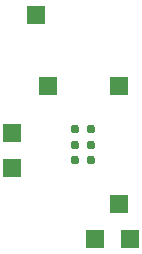
<source format=gbr>
%TF.GenerationSoftware,KiCad,Pcbnew,9.0.2*%
%TF.CreationDate,2025-07-27T18:34:45+02:00*%
%TF.ProjectId,ldomotordriver,6c646f6d-6f74-46f7-9264-72697665722e,rev?*%
%TF.SameCoordinates,Original*%
%TF.FileFunction,Soldermask,Bot*%
%TF.FilePolarity,Negative*%
%FSLAX46Y46*%
G04 Gerber Fmt 4.6, Leading zero omitted, Abs format (unit mm)*
G04 Created by KiCad (PCBNEW 9.0.2) date 2025-07-27 18:34:45*
%MOMM*%
%LPD*%
G01*
G04 APERTURE LIST*
%ADD10R,1.500000X1.500000*%
%ADD11C,0.770000*%
G04 APERTURE END LIST*
D10*
%TO.C,TP4*%
X89000000Y-50000000D03*
%TD*%
%TO.C,TP2*%
X93000000Y-63000000D03*
%TD*%
%TO.C,TP6*%
X86000000Y-54000000D03*
%TD*%
%TO.C,TP7*%
X95000000Y-60000000D03*
%TD*%
%TO.C,TP8*%
X95000000Y-50000000D03*
%TD*%
%TO.C,TP3*%
X88000000Y-44000000D03*
%TD*%
%TO.C,TP5*%
X86000000Y-57000000D03*
%TD*%
%TO.C,TP1*%
X96000000Y-63000000D03*
%TD*%
D11*
%TO.C,U2*%
X91350000Y-53700000D03*
X91350000Y-55000000D03*
X91350000Y-56300000D03*
X92650000Y-53700000D03*
X92650000Y-55000000D03*
X92650000Y-56300000D03*
%TD*%
M02*

</source>
